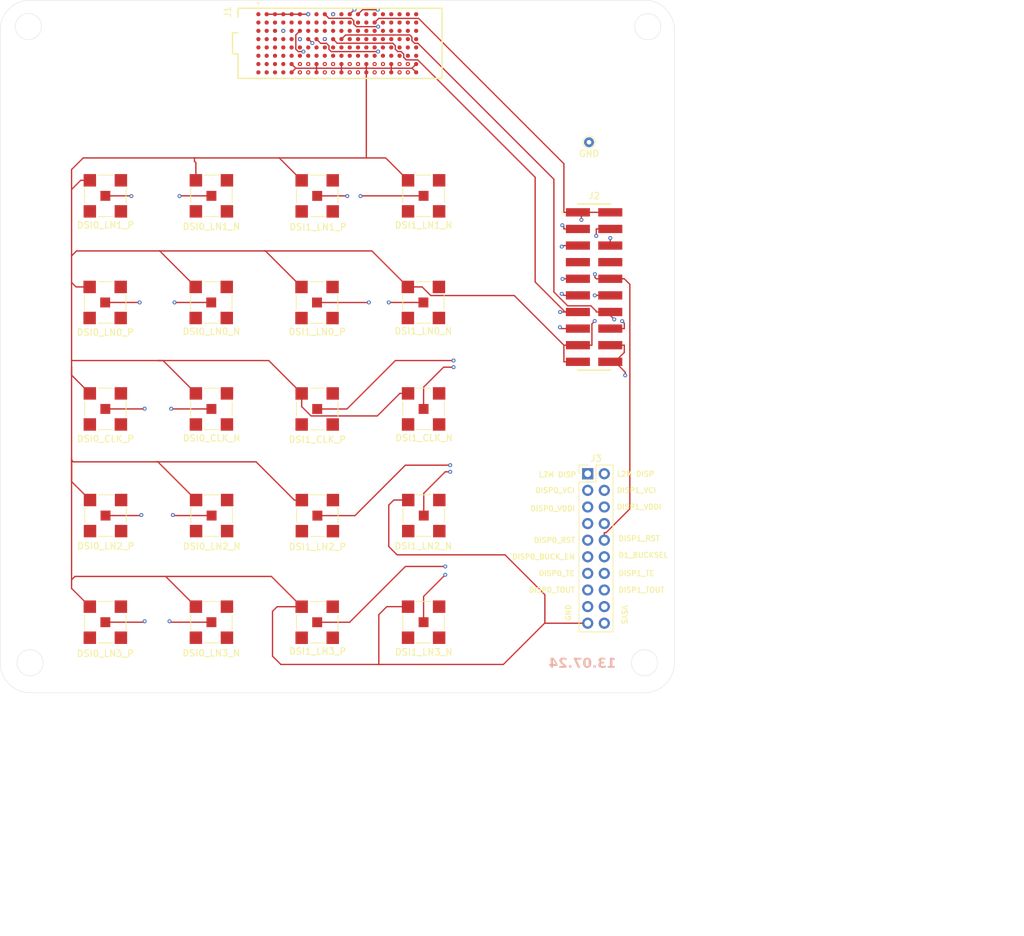
<source format=kicad_pcb>
(kicad_pcb (version 20240108) (generator "pcbnew") (generator_version "8.0")
  (layers (0 "F.Cu" signal "LayerTop0") (1 "In1.Cu" signal "Layer1") (2 "In2.Cu" signal "Layer2") (31 "B.Cu" signal "LayerBottom3") (34 "B.Paste" user) (35 "F.Paste" user) (36 "B.SilkS" user "B.Silkscreen") (37 "F.SilkS" user "F.Silkscreen") (38 "B.Mask" user) (39 "F.Mask" user) (44 "Edge.Cuts" user))
  (net 0 "")
  (net 75 "DSI1_LN0_P")
  (net 76 "DSI1_LN0_N")
  (net 77 "GND")
  (net 114 "L2M_DISP")
  (net 115 "DISP0_VCI")
  (net 116 "DISP1_VCI")
  (net 117 "DISP1_VDDI")
  (net 118 "DISP0_THERM")
  (net 119 "VSYS_PWR")
  (net 120 "DISP0_BUCK_EN")
  (net 121 "DISP1_RST")
  (net 122 "DISP1_TOUT")
  (net 123 "DISP0_TE")
  (net 124 "DISP0_RST")
  (net 125 "DISP0_VDDI")
  (net 126 "DISP0_TOUT")
  (net 127 "DISP1_TE")
  (net 128 "DISP1_BUCK_VSEL")
  (net 131 "DSI1_LN1_N")
  (net 132 "DSI1_LN1_P")
  (net 133 "DSI0_LN0_P")
  (net 134 "DSI0_LN2_P")
  (net 135 "DSI0_LN1_N")
  (net 136 "DSI0_LN3_N")
  (net 137 "DSI0_LN3_P")
  (net 138 "DSI0_CLK_P")
  (net 139 "DSI0_LN0_N")
  (net 140 "DSI0_LN2_N")
  (net 141 "DSI0_CLK_N")
  (net 142 "DSI0_LN1_P")
  (net 143 "DSI1_CLK_P")
  (net 144 "DSI1_LN2_P")
  (net 145 "DSI1_LN3_P")
  (net 146 "DSI1_LN3_N")
  (net 147 "DSI1_CLK_N")
  (net 148 "DSI1_LN2_N")
  (footprint "Molex_0732:MOLEX_73251-1350" (layer "F.Cu") (at 72.477 126.124)
    (property "Reference" "J12" (hide yes))
    (property "Value" "DSI0_LN3_P")
  )
  (footprint "Molex_0732:MOLEX_73251-1350" (layer "F.Cu") (at 104.877 126.132)
    (property "Reference" "J22" (hide yes))
    (property "Value" "DSI1_LN3_P")
  )
  (footprint "Molex_0732:MOLEX_73251-1350" (layer "F.Cu") (at 121.148 93.508)
    (property "Reference" "J19" (hide yes))
    (property "Value" "DSI1_CLK_N")
  )
  (footprint "Molex_0732:MOLEX_73251-1350" (layer "F.Cu") (at 88.698 93.508)
    (property "Reference" "J9" (hide yes))
    (property "Value" "DSI0_CLK_N")
  )
  (footprint "Molex_0732:MOLEX_73251-1350" (layer "F.Cu") (at 88.727 109.816)
    (property "Reference" "J11" (hide yes))
    (property "Value" "DSI0_LN2_N")
  )
  (footprint "Molex_0732:MOLEX_73251-1350" (layer "F.Cu") (at 72.477 93.508)
    (property "Reference" "J8" (hide yes))
    (property "Value" "DSI0_CLK_P")
  )
  (footprint "Molex_0732:MOLEX_73251-1350" (layer "F.Cu") (at 121.119 77.224)
    (property "Reference" "J17" (hide yes))
    (property "Value" "DSI1_LN0_N")
  )
  (footprint "Molex_0732:MOLEX_73251-1350" (layer "F.Cu") (at 104.848 77.232)
    (property "Reference" "J16" (hide yes))
    (property "Value" "DSI1_LN0_P")
  )
  (footprint "Molex_0732:MOLEX_73251-1350" (layer "F.Cu") (at 72.477 60.916)
    (property "Reference" "J4" (hide yes))
    (property "Value" "DSI0_LN1_P")
  )
  (footprint "Molex_0732:MOLEX_73251-1350" (layer "F.Cu") (at 72.448 77.224)
    (property "Reference" "J6" (hide yes))
    (property "Value" "DSI0_LN0_P")
  )
  (footprint "Molex_0732:MOLEX_73251-1350" (layer "F.Cu") (at 121.177 109.816)
    (property "Reference" "J21" (hide yes))
    (property "Value" "DSI1_LN2_N")
  )
  (footprint "Molex_0732:MOLEX_73251-1350" (layer "F.Cu") (at 104.877 60.924)
    (property "Reference" "J14" (hide yes))
    (property "Value" "DSI1_LN1_P")
  )
  (footprint "Molex_0732:MOLEX_73251-1350" (layer "F.Cu") (at 104.906 109.824)
    (property "Reference" "J20" (hide yes))
    (property "Value" "DSI1_LN2_P")
  )
  (footprint "Molex_0732:MOLEX_73251-1350" (layer "F.Cu") (at 88.669 77.224)
    (property "Reference" "J7" (hide yes))
    (property "Value" "DSI0_LN0_N")
  )
  (footprint "Molex_0732:MOLEX_73251-1350" (layer "F.Cu") (at 121.148 126.124)
    (property "Reference" "J23" (hide yes))
    (property "Value" "DSI1_LN3_N")
  )
  (footprint "Connector_PinHeader_2.54mm:PinHeader_2x10_P2.54mm_Vertical" (layer "F.Cu") (at 146.252 103.42)
    (property "Reference" "J3")
    (property "Value" "Conn_02x10_Odd_Even")
  )
  (footprint "Molex_0732:MOLEX_73251-1350" (layer "F.Cu") (at 121.148 60.916)
    (property "Reference" "J15" (hide yes))
    (property "Value" "DSI1_LN1_N")
  )
  (footprint "SEAF_20_05_0_S_08_2_A_K_TR:SAMTEC_SEAF-20-05.0-S-08-2-A-K-TR" (layer "F.Cu") (at 107.947 37.585 180)
    (property "Reference" "J1")
    (property "Value" "SEAF-20-05.0-S-08-2-A-K-TR")
  )
  (footprint "TestPoint:TestPoint_THTPad_D1.5mm_Drill0.7mm" (layer "F.Cu") (at 146.452 52.72)
    (property "Reference" "TP1" (hide yes))
    (property "Value" "GND")
  )
  (footprint "Molex_0732:MOLEX_73251-1350" (layer "F.Cu") (at 104.877 93.516)
    (property "Reference" "J18" (hide yes))
    (property "Value" "DSI1_CLK_P")
  )
  (footprint "Molex_0732:MOLEX_73251-1350" (layer "F.Cu") (at 88.698 60.916)
    (property "Reference" "J5" (hide yes))
    (property "Value" "DSI0_LN1_N")
  )
  (footprint "Molex_0732:MOLEX_73251-1350" (layer "F.Cu") (at 88.698 126.124)
    (property "Reference" "J13" (hide yes))
    (property "Value" "DSI0_LN3_N")
  )
  (footprint "Molex_0732:MOLEX_73251-1350" (layer "F.Cu") (at 72.506 109.816)
    (property "Reference" "J10" (hide yes))
    (property "Value" "DSI0_LN2_P")
  )
  (footprint "TSM_110_01_L_DV_P_TR:SAMTEC_TSM-110-01-L-DV-P-TR" (layer "F.Cu") (at 147.227 74.87 90)
    (property "Reference" "J2")
    (property "Value" "TSM-110-01-L-DV-P-TR" (hide yes))
  )
  (gr_circle (center 154.94 132.334) (end 156.94 132.334) (stroke (width 0.05)) (fill none) (layer "Edge.Cuts"))
  (gr_circle (center 155.448 35.052) (end 157.448 35.052) (stroke (width 0.05)) (fill none) (layer "Edge.Cuts"))
  (gr_arc (start 159.512 132.334) (mid 158.172892 135.566892) (end 154.94 136.906) (stroke (width 0.05)) (layer "Edge.Cuts"))
  (gr_arc (start 154.94 30.988) (mid 158.172892 32.327108) (end 159.512 35.56) (stroke (width 0.05)) (layer "Edge.Cuts"))
  (gr_line (start 60.96 30.988) (end 154.94 30.988) (stroke (width 0.05)) (layer "Edge.Cuts"))
  (gr_arc (start 60.96 136.906) (mid 57.727108 135.566892) (end 56.388 132.334) (stroke (width 0.05)) (layer "Edge.Cuts"))
  (gr_arc (start 56.388 35.56) (mid 57.727108 32.327108) (end 60.96 30.988) (stroke (width 0.05)) (layer "Edge.Cuts"))
  (gr_line (start 159.512 35.56) (end 159.512 132.334) (stroke (width 0.05)) (layer "Edge.Cuts"))
  (gr_line (start 60.96 136.906) (end 154.94 136.906) (stroke (width 0.05)) (layer "Edge.Cuts"))
  (gr_line (start 56.388 35.56) (end 56.388 132.334) (stroke (width 0.05)) (layer "Edge.Cuts"))
  (gr_circle (center 60.706 35.02) (end 62.706 35.02) (stroke (width 0.05)) (fill none) (layer "Edge.Cuts"))
  (gr_circle (center 60.960001 132.333999) (end 62.960001 132.333999) (stroke (width 0.05)) (fill none) (layer "Edge.Cuts"))
  (gr_text "13.07.24" (at 150.622 133.35 -0) (layer "B.SilkS") (effects (font (size 1.5 1.5) (thickness 0.3) (bold yes)) (justify left bottom mirror)))
  (gr_text "DISP1_RST" (at 150.876 113.792 0) (layer "F.SilkS") (effects (font (size 0.8 0.8)) (justify left bottom)))
  (gr_text "DISP0_RST" (at 137.922 114.046 0) (layer "F.SilkS") (effects (font (size 0.8 0.8)) (justify left bottom)))
  (gr_text "D1_BUCKSEL" (at 150.876 116.332 0) (layer "F.SilkS") (effects (font (size 0.8 0.8)) (justify left bottom)))
  (gr_text "DISP0_VCI\n" (at 138.176 106.426 0) (layer "F.SilkS") (effects (font (size 0.8 0.8)) (justify left bottom)))
  (gr_text "DISP0_TOUT" (at 137.16 121.666 0) (layer "F.SilkS") (effects (font (size 0.8 0.8)) (justify left bottom)))
  (gr_text "DISP1_VDDI\n" (at 150.622 108.966 0) (layer "F.SilkS") (effects (font (size 0.8 0.8)) (justify left bottom)))
  (gr_text "L2M DISP" (at 138.684 104.02 0) (layer "F.SilkS") (effects (font (size 0.8 0.8)) (justify left bottom)))
  (gr_text "L2M DISP" (at 150.622 103.92 0) (layer "F.SilkS") (effects (font (size 0.8 0.8)) (justify left bottom)))
  (gr_text "DISP1_TOUT\n" (at 150.876 121.666 0) (layer "F.SilkS") (effects (font (size 0.8 0.8)) (justify left bottom)))
  (gr_text "DISP1_VCI" (at 150.622 106.426 0) (layer "F.SilkS") (effects (font (size 0.8 0.8)) (justify left bottom)))
  (gr_text "DISP0_VDDI" (at 137.414 109.22 0) (layer "F.SilkS") (effects (font (size 0.8 0.8)) (justify left bottom)))
  (gr_text "DISP1_TE" (at 150.876 119.126 0) (layer "F.SilkS") (effects (font (size 0.8 0.8)) (justify left bottom)))
  (gr_text "GND" (at 143.764 125.984 90) (layer "F.SilkS") (effects (font (size 0.8 0.8)) (justify left bottom)))
  (gr_text "DISP0_TE\n" (at 138.684 119.126 0) (layer "F.SilkS") (effects (font (size 0.8 0.8)) (justify left bottom)))
  (gr_text "DISP0_BUCK_EN\n" (at 134.62 116.586 0) (layer "F.SilkS") (effects (font (size 0.8 0.8)) (justify left bottom)))
  (gr_text "VSYS" (at 151.384 123.444 -90) (layer "F.SilkS") (effects (font (size 0.8 0.8)) (justify left bottom)))
  (segment (start 112.76 77.232) (end 112.776 77.216) (width 0.2) (layer "F.Cu") (net 75))
  (segment (start 104.848 77.232) (end 112.76 77.232) (width 0.2) (layer "F.Cu") (net 75))
  (via (at 112.776 77.216) (size 0.6) (drill 0.3) (layers "F.Cu" "B.Cu") (net 75))
  (via blind (at 106.042 40.76) (size 0.6) (drill 0.3) (layers "F.Cu" "In2.Cu") (net 75))
  (segment (start 121.119 77.224) (end 115.832 77.224) (width 0.2) (layer "F.Cu") (net 76))
  (segment (start 115.832 77.224) (end 115.824 77.216) (width 0.2) (layer "F.Cu") (net 76))
  (via (at 115.824 77.216) (size 0.6) (drill 0.3) (layers "F.Cu" "B.Cu") (net 76))
  (via blind (at 107.312 40.76) (size 0.6) (drill 0.3) (layers "F.Cu" "In2.Cu") (net 76))
  (segment (start 118.802 107.441) (end 116.587 107.441) (width 0.2) (layer "F.Cu") (net 77))
  (segment (start 115.519 123.749) (end 114.3 124.968) (width 0.2) (layer "F.Cu") (net 77))
  (segment (start 102.502 123.757) (end 97.871 119.126) (width 0.2) (layer "F.Cu") (net 77))
  (segment (start 97.467 86.106) (end 81.296 86.106) (width 0.2) (layer "F.Cu") (net 77))
  (segment (start 122.241 76.1638) (end 135.014 76.1638) (width 0.2) (layer "F.Cu") (net 77))
  (segment (start 139.7 121.92) (end 139.7 126.28) (width 0.2) (layer "F.Cu") (net 77))
  (segment (start 81.296 86.106) (end 80.518 86.106) (width 0.2) (layer "F.Cu") (net 77))
  (segment (start 86.294 74.849) (end 80.787 69.342) (width 0.2) (layer "F.Cu") (net 77))
  (segment (start 67.818 119.126) (end 67.31 119.634) (width 0.2) (layer "F.Cu") (net 77))
  (segment (start 118.773 58.541) (end 115.35 55.118) (width 0.2) (layer "F.Cu") (net 77))
  (segment (start 116.202 40.76) (end 116.202 41.395) (width 0.2) (layer "F.Cu") (net 77))
  (segment (start 69.088 55.118) (end 86.106 55.118) (width 0.2) (layer "F.Cu") (net 77))
  (segment (start 67.31 104.62) (end 67.31 101.346) (width 0.2) (layer "F.Cu") (net 77))
  (segment (start 112.392 42.03) (end 112.392 41.395) (width 0.2) (layer "F.Cu") (net 77))
  (segment (start 67.31 104.62) (end 67.31 101.346) (width 0.2) (layer "F.Cu") (net 77))
  (segment (start 103.933 94.5777) (end 102.502 93.1466) (width 0.2) (layer "F.Cu") (net 77))
  (segment (start 67.31 70.104) (end 67.31 59.944) (width 0.2) (layer "F.Cu") (net 77))
  (segment (start 114.3 124.968) (end 114.3 132.588) (width 0.2) (layer "F.Cu") (net 77))
  (segment (start 117.519 91.133) (end 114.074 94.5777) (width 0.2) (layer "F.Cu") (net 77))
  (segment (start 81.7 119.126) (end 67.818 119.126) (width 0.2) (layer "F.Cu") (net 77))
  (segment (start 117.094 115.824) (end 133.604 115.824) (width 0.2) (layer "F.Cu") (net 77))
  (segment (start 135.014 76.1638) (end 142.61 83.76) (width 0.2) (layer "F.Cu") (net 77))
  (segment (start 112.392 55.118) (end 99.071 55.118) (width 0.2) (layer "F.Cu") (net 77))
  (segment (start 101.378 107.449) (end 95.5295 101.6) (width 0.2) (layer "F.Cu") (net 77))
  (segment (start 67.31 119.634) (end 67.31 104.62) (width 0.2) (layer "F.Cu") (net 77))
  (segment (start 119.377 41.395) (end 120.012 40.76) (width 0.2) (layer "F.Cu") (net 77))
  (segment (start 133.604 115.824) (end 139.7 121.92) (width 0.2) (layer "F.Cu") (net 77))
  (segment (start 80.787 69.342) (end 80.772 69.342) (width 0.2) (layer "F.Cu") (net 77))
  (segment (start 86.323 55.843) (end 86.323 58.541) (width 0.2) (layer "F.Cu") (net 77))
  (segment (start 104.772 42.03) (end 104.772 41.395) (width 0.2) (layer "F.Cu") (net 77))
  (segment (start 80.511 101.6) (end 80.264 101.6) (width 0.2) (layer "F.Cu") (net 77))
  (segment (start 118.773 123.749) (end 115.519 123.749) (width 0.2) (layer "F.Cu") (net 77))
  (segment (start 98.044 124.46) (end 98.044 131.318) (width 0.2) (layer "F.Cu") (net 77))
  (segment (start 142.61 83.76) (end 142.61 86.3) (width 0.2) (layer "F.Cu") (net 77))
  (segment (start 146.894 80.4939) (end 146.894 83.76) (width 0.2) (layer "F.Cu") (net 77))
  (segment (start 86.323 91.133) (end 81.296 86.106) (width 0.2) (layer "F.Cu") (net 77))
  (segment (start 142.61 86.3) (end 144.752 86.3) (width 0.2) (layer "F.Cu") (net 77))
  (segment (start 80.518 86.106) (end 67.31 86.106) (width 0.2) (layer "F.Cu") (net 77))
  (segment (start 95.5295 101.6) (end 80.511 101.6) (width 0.2) (layer "F.Cu") (net 77))
  (segment (start 115.824 108.204) (end 115.824 114.554) (width 0.2) (layer "F.Cu") (net 77))
  (segment (start 115.824 114.554) (end 117.094 115.824) (width 0.2) (layer "F.Cu") (net 77))
  (segment (start 147.32 80.0676) (end 146.894 80.4939) (width 0.2) (layer "F.Cu") (net 77))
  (segment (start 118.773 91.133) (end 117.519 91.133) (width 0.2) (layer "F.Cu") (net 77))
  (segment (start 139.658 126.28) (end 139.7 126.28) (width 0.2) (layer "F.Cu") (net 77))
  (segment (start 67.31 70.104) (end 67.31 74.168) (width 0.2) (layer "F.Cu") (net 77))
  (segment (start 86.352 107.441) (end 80.511 101.6) (width 0.2) (layer "F.Cu") (net 77))
  (segment (start 112.392 41.395) (end 116.202 41.395) (width 0.2) (layer "F.Cu") (net 77))
  (segment (start 96.958 69.342) (end 96.774 69.342) (width 0.2) (layer "F.Cu") (net 77))
  (segment (start 108.582 42.03) (end 108.582 41.395) (width 0.2) (layer "F.Cu") (net 77))
  (segment (start 112.392 41.395) (end 108.582 41.395) (width 0.2) (layer "F.Cu") (net 77))
  (segment (start 67.31 101.092) (end 67.31 88.341) (width 0.2) (layer "F.Cu") (net 77))
  (segment (start 98.747 123.757) (end 98.044 124.46) (width 0.2) (layer "F.Cu") (net 77))
  (segment (start 80.264 101.6) (end 67.564 101.6) (width 0.2) (layer "F.Cu") (net 77))
  (segment (start 97.871 119.126) (end 81.7 119.126) (width 0.2) (layer "F.Cu") (net 77))
  (segment (start 67.31 120.957) (end 67.31 119.634) (width 0.2) (layer "F.Cu") (net 77))
  (segment (start 67.564 101.6) (end 67.31 101.346) (width 0.2) (layer "F.Cu") (net 77))
  (segment (start 80.772 69.342) (end 68.072 69.342) (width 0.2) (layer "F.Cu") (net 77))
  (segment (start 102.502 58.549) (end 99.071 55.118) (width 0.2) (layer "F.Cu") (net 77))
  (segment (start 67.31 87.122) (end 67.31 86.106) (width 0.2) (layer "F.Cu") (net 77))
  (segment (start 70.131 107.441) (end 67.31 104.62) (width 0.2) (layer "F.Cu") (net 77))
  (segment (start 67.31 74.168) (end 67.991 74.849) (width 0.2) (layer "F.Cu") (net 77))
  (segment (start 114.074 94.5777) (end 103.933 94.5777) (width 0.2) (layer "F.Cu") (net 77))
  (segment (start 67.31 101.346) (end 67.31 101.092) (width 0.2) (layer "F.Cu") (net 77))
  (segment (start 116.202 41.395) (end 119.377 41.395) (width 0.2) (layer "F.Cu") (net 77))
  (segment (start 96.774 69.342) (end 80.787 69.342) (width 0.2) (layer "F.Cu") (net 77))
  (segment (start 104.772 41.395) (end 104.772 40.76) (width 0.2) (layer "F.Cu") (net 77))
  (segment (start 67.31 101.346) (end 67.31 101.092) (width 0.2) (layer "F.Cu") (net 77))
  (segment (start 113.237 69.342) (end 96.958 69.342) (width 0.2) (layer "F.Cu") (net 77))
  (segment (start 86.323 123.749) (end 81.7 119.126) (width 0.2) (layer "F.Cu") (net 77))
  (segment (start 102.502 123.757) (end 98.747 123.757) (width 0.2) (layer "F.Cu") (net 77))
  (segment (start 102.502 93.1466) (end 102.502 91.141) (width 0.2) (layer "F.Cu") (net 77))
  (segment (start 101.597 41.395) (end 100.962 40.76) (width 0.2) (layer "F.Cu") (net 77))
  (segment (start 108.582 40.76) (end 108.582 41.395) (width 0.2) (layer "F.Cu") (net 77))
  (segment (start 104.772 41.395) (end 101.597 41.395) (width 0.2) (layer "F.Cu") (net 77))
  (segment (start 80.787 69.342) (end 80.772 69.342) (width 0.2) (layer "F.Cu") (net 77))
  (segment (start 99.314 132.588) (end 114.3 132.588) (width 0.2) (layer "F.Cu") (net 77))
  (segment (start 142.61 83.76) (end 144.752 83.76) (width 0.2) (layer "F.Cu") (net 77))
  (segment (start 67.31 86.106) (end 67.31 74.168) (width 0.2) (layer "F.Cu") (net 77))
  (segment (start 68.072 69.342) (end 67.31 70.104) (width 0.2) (layer "F.Cu") (net 77))
  (segment (start 116.202 42.03) (end 116.202 41.395) (width 0.2) (layer "F.Cu") (net 77))
  (segment (start 67.31 88.341) (end 67.31 87.122) (width 0.2) (layer "F.Cu") (net 77))
  (segment (start 118.744 74.849) (end 113.237 69.342) (width 0.2) (layer "F.Cu") (net 77))
  (segment (start 68.713 58.541) (end 67.31 59.944) (width 0.2) (layer "F.Cu") (net 77))
  (segment (start 114.3 132.588) (end 133.35 132.588) (width 0.2) (layer "F.Cu") (net 77))
  (segment (start 102.531 107.449) (end 101.378 107.449) (width 0.2) (layer "F.Cu") (net 77))
  (segment (start 115.35 55.118) (end 112.392 55.118) (width 0.2) (layer "F.Cu") (net 77))
  (segment (start 70.102 91.133) (end 67.31 88.341) (width 0.2) (layer "F.Cu") (net 77))
  (segment (start 96.958 69.342) (end 96.774 69.342) (width 0.2) (layer "F.Cu") (net 77))
  (segment (start 102.502 91.141) (end 97.467 86.106) (width 0.2) (layer "F.Cu") (net 77))
  (segment (start 67.31 88.341) (end 67.31 87.122) (width 0.2) (layer "F.Cu") (net 77))
  (segment (start 86.106 55.118) (end 86.106 55.626) (width 0.2) (layer "F.Cu") (net 77))
  (segment (start 70.102 123.749) (end 67.31 120.957) (width 0.2) (layer "F.Cu") (net 77))
  (segment (start 118.744 74.849) (end 120.926 74.849) (width 0.2) (layer "F.Cu") (net 77))
  (segment (start 112.392 41.395) (end 112.392 40.76) (width 0.2) (layer "F.Cu") (net 77))
  (segment (start 146.894 83.76) (end 144.752 83.76) (width 0.2) (layer "F.Cu") (net 77))
  (segment (start 102.473 74.857) (end 96.958 69.342) (width 0.2) (layer "F.Cu") (net 77))
  (segment (start 116.587 107.441) (end 115.824 108.204) (width 0.2) (layer "F.Cu") (net 77))
  (segment (start 133.35 132.588) (end 139.658 126.28) (width 0.2) (layer "F.Cu") (net 77))
  (segment (start 112.392 55.118) (end 112.392 42.03) (width 0.2) (layer "F.Cu") (net 77))
  (segment (start 139.7 126.28) (end 146.252 126.28) (width 0.2) (layer "F.Cu") (net 77))
  (segment (start 99.071 55.118) (end 86.106 55.118) (width 0.2) (layer "F.Cu") (net 77))
  (segment (start 98.044 131.318) (end 99.314 132.588) (width 0.2) (layer "F.Cu") (net 77))
  (segment (start 70.102 58.541) (end 68.713 58.541) (width 0.2) (layer "F.Cu") (net 77))
  (segment (start 67.31 59.944) (end 67.31 56.896) (width 0.2) (layer "F.Cu") (net 77))
  (segment (start 108.582 41.395) (end 104.772 41.395) (width 0.2) (layer "F.Cu") (net 77))
  (segment (start 80.511 101.6) (end 80.264 101.6) (width 0.2) (layer "F.Cu") (net 77))
  (segment (start 101.597 41.395) (end 100.962 42.03) (width 0.2) (layer "F.Cu") (net 77))
  (segment (start 119.377 41.395) (end 120.012 42.03) (width 0.2) (layer "F.Cu") (net 77))
  (segment (start 120.926 74.849) (end 122.241 76.1638) (width 0.2) (layer "F.Cu") (net 77))
  (segment (start 81.296 86.106) (end 80.518 86.106) (width 0.2) (layer "F.Cu") (net 77))
  (segment (start 67.991 74.849) (end 70.073 74.849) (width 0.2) (layer "F.Cu") (net 77))
  (segment (start 86.106 55.626) (end 86.323 55.843) (width 0.2) (layer "F.Cu") (net 77))
  (segment (start 67.31 56.896) (end 69.088 55.118) (width 0.2) (layer "F.Cu") (net 77))
  (via (at 147.32 80.0676) (size 0.6) (drill 0.3) (layers "F.Cu" "B.Cu") (net 77))
  (segment (start 144.752 63.44) (end 142.61 63.44) (width 0.2) (layer "F.Cu") (net 114))
  (segment (start 149.702 63.44) (end 145.284 63.44) (width 0.2) (layer "F.Cu") (net 114))
  (segment (start 142.61 63.44) (end 142.61 56.0051) (width 0.2) (layer "F.Cu") (net 114))
  (segment (start 145.284 63.44) (end 144.752 63.44) (width 0.2) (layer "F.Cu") (net 114))
  (segment (start 145.284 63.44) (end 145.284 64.5946) (width 0.2) (layer "F.Cu") (net 114))
  (segment (start 120.38 33.775) (end 114.297 33.775) (width 0.2) (layer "F.Cu") (net 114))
  (segment (start 114.297 33.775) (end 113.662 34.41) (width 0.2) (layer "F.Cu") (net 114))
  (segment (start 142.61 56.0051) (end 120.38 33.775) (width 0.2) (layer "F.Cu") (net 114))
  (via (at 145.284 64.5946) (size 0.6) (drill 0.3) (layers "F.Cu" "B.Cu") (net 114))
  (segment (start 142.61 65.6532) (end 142.369 65.412) (width 0.2) (layer "F.Cu") (net 115))
  (segment (start 142.61 65.98) (end 142.61 65.6532) (width 0.2) (layer "F.Cu") (net 115))
  (segment (start 110.872 35.0401) (end 114.198 35.0401) (width 0.2) (layer "F.Cu") (net 115))
  (segment (start 110.474 34.1439) (end 110.474 34.6417) (width 0.2) (layer "F.Cu") (net 115))
  (segment (start 106.042 33.14) (end 106.664 33.7617) (width 0.2) (layer "F.Cu") (net 115))
  (segment (start 110.474 34.6417) (end 110.872 35.0401) (width 0.2) (layer "F.Cu") (net 115))
  (segment (start 144.752 65.98) (end 142.61 65.98) (width 0.2) (layer "F.Cu") (net 115))
  (segment (start 106.664 33.7617) (end 110.092 33.7617) (width 0.2) (layer "F.Cu") (net 115))
  (segment (start 110.092 33.7617) (end 110.474 34.1439) (width 0.2) (layer "F.Cu") (net 115))
  (via (at 142.369 65.412) (size 0.6) (drill 0.3) (layers "F.Cu" "B.Cu") (net 115))
  (via (at 114.198 35.0401) (size 0.6) (drill 0.3) (layers "F.Cu" "B.Cu") (net 115))
  (segment (start 147.56 65.98) (end 147.56 67.0382) (width 0.2) (layer "F.Cu") (net 116))
  (segment (start 149.702 65.98) (end 147.56 65.98) (width 0.2) (layer "F.Cu") (net 116))
  (via (at 147.56 67.0382) (size 0.6) (drill 0.3) (layers "F.Cu" "B.Cu") (net 116))
  (via (at 107.312 33.14) (size 0.6) (drill 0.3) (layers "F.Cu" "B.Cu") (net 116))
  (segment (start 111.814 32.4476) (end 114.136 32.4476) (width 0.2) (layer "F.Cu") (net 117))
  (segment (start 149.702 68.52) (end 149.702 67.3727) (width 0.2) (layer "F.Cu") (net 117))
  (segment (start 111.122 33.14) (end 111.814 32.4476) (width 0.2) (layer "F.Cu") (net 117))
  (via (at 149.702 67.3727) (size 0.6) (drill 0.3) (layers "F.Cu" "B.Cu") (net 117))
  (via (at 114.136 32.4476) (size 0.6) (drill 0.3) (layers "F.Cu" "B.Cu") (net 117))
  (segment (start 102.232 33.14) (end 103.502 33.14) (width 0.2) (layer "F.Cu") (net 119))
  (segment (start 151.844 84.8665) (end 150.41 86.3) (width 0.2) (layer "F.Cu") (net 119))
  (segment (start 149.702 83.76) (end 151.844 83.76) (width 0.2) (layer "F.Cu") (net 119))
  (segment (start 99.692 33.14) (end 98.422 33.14) (width 0.2) (layer "F.Cu") (net 119))
  (segment (start 100.962 33.14) (end 99.692 33.14) (width 0.2) (layer "F.Cu") (net 119))
  (segment (start 149.702 86.3) (end 150.41 86.3) (width 0.2) (layer "F.Cu") (net 119))
  (segment (start 150.41 86.3) (end 151.986 87.876) (width 0.2) (layer "F.Cu") (net 119))
  (segment (start 98.422 33.14) (end 97.152 33.14) (width 0.2) (layer "F.Cu") (net 119))
  (segment (start 102.232 33.14) (end 100.962 33.14) (width 0.2) (layer "F.Cu") (net 119))
  (segment (start 151.844 83.76) (end 151.844 84.8665) (width 0.2) (layer "F.Cu") (net 119))
  (segment (start 151.986 87.876) (end 151.986 88.3673) (width 0.2) (layer "F.Cu") (net 119))
  (via (at 151.986 88.3673) (size 0.6) (drill 0.3) (layers "F.Cu" "B.Cu") (net 119))
  (via (at 103.502 33.14) (size 0.6) (drill 0.3) (layers "F.Cu" "B.Cu") (net 119))
  (segment (start 142.375 75.9049) (end 142.61 76.14) (width 0.2) (layer "F.Cu") (net 120))
  (segment (start 142.61 76.14) (end 144.752 76.14) (width 0.2) (layer "F.Cu") (net 120))
  (segment (start 142.281 75.9049) (end 142.375 75.9049) (width 0.2) (layer "F.Cu") (net 120))
  (via (at 142.281 75.9049) (size 0.6) (drill 0.3) (layers "F.Cu" "B.Cu") (net 120))
  (via (at 99.692 35.68) (size 0.6) (drill 0.3) (layers "F.Cu" "B.Cu") (net 120))
  (segment (start 103.539 36.95) (end 104.134 37.5453) (width 0.2) (layer "F.Cu") (net 121))
  (segment (start 152.697 74.4535) (end 151.844 73.6) (width 0.2) (layer "F.Cu") (net 121))
  (segment (start 103.502 36.95) (end 103.539 36.95) (width 0.2) (layer "F.Cu") (net 121))
  (segment (start 147.56 73.6) (end 147.352 73.3922) (width 0.2) (layer "F.Cu") (net 121))
  (segment (start 151.844 73.6) (end 149.702 73.6) (width 0.2) (layer "F.Cu") (net 121))
  (segment (start 148.792 113.58) (end 148.792 112.428) (width 0.2) (layer "F.Cu") (net 121))
  (segment (start 148.792 112.428) (end 149.06 112.428) (width 0.2) (layer "F.Cu") (net 121))
  (segment (start 147.352 73.3922) (end 147.352 72.9024) (width 0.2) (layer "F.Cu") (net 121))
  (segment (start 152.697 108.792) (end 152.697 74.4535) (width 0.2) (layer "F.Cu") (net 121))
  (segment (start 149.06 112.428) (end 152.697 108.792) (width 0.2) (layer "F.Cu") (net 121))
  (segment (start 149.702 73.6) (end 147.56 73.6) (width 0.2) (layer "F.Cu") (net 121))
  (via (at 147.352 72.9024) (size 0.6) (drill 0.3) (layers "F.Cu" "B.Cu") (net 121))
  (via (at 104.134 37.5453) (size 0.6) (drill 0.3) (layers "F.Cu" "B.Cu") (net 121))
  (segment (start 106.042 36.95) (end 106.042 36.9293) (width 0.2) (layer "F.Cu") (net 122))
  (segment (start 151.844 80.4004) (end 151.525 80.0817) (width 0.2) (layer "F.Cu") (net 122))
  (segment (start 149.702 81.22) (end 151.844 81.22) (width 0.2) (layer "F.Cu") (net 122))
  (segment (start 151.844 81.22) (end 151.844 80.4004) (width 0.2) (layer "F.Cu") (net 122))
  (via (at 106.042 36.9293) (size 0.6) (drill 0.3) (layers "F.Cu" "B.Cu") (net 122))
  (via (at 151.525 80.0817) (size 0.6) (drill 0.3) (layers "F.Cu" "B.Cu") (net 122))
  (segment (start 117.183 38.8417) (end 117.709 38.8417) (width 0.2) (layer "F.Cu") (net 123))
  (segment (start 116.824 37.9611) (end 116.824 38.4822) (width 0.2) (layer "F.Cu") (net 123))
  (segment (start 120.26 40.125) (end 138.21 58.0745) (width 0.2) (layer "F.Cu") (net 123))
  (segment (start 116.824 38.4822) (end 117.183 38.8417) (width 0.2) (layer "F.Cu") (net 123))
  (segment (start 116.434 37.5717) (end 116.824 37.9611) (width 0.2) (layer "F.Cu") (net 123))
  (segment (start 144.752 78.68) (end 142.8 78.68) (width 0.2) (layer "F.Cu") (net 123))
  (segment (start 118.107 39.24) (end 118.107 39.74) (width 0.2) (layer "F.Cu") (net 123))
  (segment (start 138.21 58.0745) (end 138.21 74.0897) (width 0.2) (layer "F.Cu") (net 123))
  (segment (start 138.21 74.0897) (end 142.8 78.68) (width 0.2) (layer "F.Cu") (net 123))
  (segment (start 117.709 38.8417) (end 118.107 39.24) (width 0.2) (layer "F.Cu") (net 123))
  (segment (start 118.492 40.125) (end 120.26 40.125) (width 0.2) (layer "F.Cu") (net 123))
  (segment (start 118.107 39.74) (end 118.492 40.125) (width 0.2) (layer "F.Cu") (net 123))
  (segment (start 142.046 78.68) (end 142.8 78.68) (width 0.2) (layer "F.Cu") (net 123))
  (segment (start 107.312 36.95) (end 107.934 37.5717) (width 0.2) (layer "F.Cu") (net 123))
  (segment (start 107.934 37.5717) (end 116.434 37.5717) (width 0.2) (layer "F.Cu") (net 123))
  (via (at 142.046 78.68) (size 0.6) (drill 0.3) (layers "F.Cu" "B.Cu") (net 123))
  (segment (start 144.752 73.6) (end 142.61 73.6) (width 0.2) (layer "F.Cu") (net 124))
  (segment (start 142.61 73.6) (end 142.582 73.6283) (width 0.2) (layer "F.Cu") (net 124))
  (segment (start 142.582 73.6283) (end 142.407 73.6283) (width 0.2) (layer "F.Cu") (net 124))
  (via (at 142.407 73.6283) (size 0.6) (drill 0.3) (layers "F.Cu" "B.Cu") (net 124))
  (via (at 102.232 36.95) (size 0.6) (drill 0.3) (layers "F.Cu" "B.Cu") (net 124))
  (segment (start 142.449 68.6814) (end 142.281 68.6814) (width 0.2) (layer "F.Cu") (net 125))
  (segment (start 142.61 68.52) (end 142.449 68.6814) (width 0.2) (layer "F.Cu") (net 125))
  (segment (start 109.852 33.14) (end 110.574 32.4182) (width 0.2) (layer "F.Cu") (net 125))
  (segment (start 144.752 68.52) (end 142.61 68.52) (width 0.2) (layer "F.Cu") (net 125))
  (via (at 142.281 68.6814) (size 0.6) (drill 0.3) (layers "F.Cu" "B.Cu") (net 125))
  (via (at 110.574 32.4182) (size 0.6) (drill 0.3) (layers "F.Cu" "B.Cu") (net 125))
  (segment (start 106.677 38.5139) (end 107.018 38.8549) (width 0.2) (layer "F.Cu") (net 126))
  (segment (start 107.018 38.8549) (end 114.194 38.8549) (width 0.2) (layer "F.Cu") (net 126))
  (segment (start 142.204 81.22) (end 144.752 81.22) (width 0.2) (layer "F.Cu") (net 126))
  (segment (start 106.677 37.97) (end 106.677 38.5139) (width 0.2) (layer "F.Cu") (net 126))
  (segment (start 141.998 81.0141) (end 142.204 81.22) (width 0.2) (layer "F.Cu") (net 126))
  (segment (start 105.407 37.585) (end 106.292 37.585) (width 0.2) (layer "F.Cu") (net 126))
  (segment (start 104.772 36.95) (end 105.407 37.585) (width 0.2) (layer "F.Cu") (net 126))
  (segment (start 106.292 37.585) (end 106.677 37.97) (width 0.2) (layer "F.Cu") (net 126))
  (via (at 141.998 81.0141) (size 0.6) (drill 0.3) (layers "F.Cu" "B.Cu") (net 126))
  (via (at 114.194 38.8549) (size 0.6) (drill 0.3) (layers "F.Cu" "B.Cu") (net 126))
  (segment (start 149.702 79.2107) (end 150.308 79.8171) (width 0.2) (layer "F.Cu") (net 127))
  (segment (start 119.046 36.315) (end 119.364 36.6324) (width 0.2) (layer "F.Cu") (net 127))
  (segment (start 143.194 77.7433) (end 146.741 77.7433) (width 0.2) (layer "F.Cu") (net 127))
  (segment (start 147.56 78.68) (end 149.702 78.68) (width 0.2) (layer "F.Cu") (net 127))
  (segment (start 109.217 36.315) (end 119.046 36.315) (width 0.2) (layer "F.Cu") (net 127))
  (segment (start 119.364 37.1842) (end 119.764 37.585) (width 0.2) (layer "F.Cu") (net 127))
  (segment (start 119.364 36.6324) (end 119.364 37.1842) (width 0.2) (layer "F.Cu") (net 127))
  (segment (start 119.764 37.585) (end 120.28 37.585) (width 0.2) (layer "F.Cu") (net 127))
  (segment (start 149.702 78.68) (end 149.702 79.2107) (width 0.2) (layer "F.Cu") (net 127))
  (segment (start 120.28 37.585) (end 141.08 58.3849) (width 0.2) (layer "F.Cu") (net 127))
  (segment (start 108.582 36.95) (end 109.217 36.315) (width 0.2) (layer "F.Cu") (net 127))
  (segment (start 141.08 75.6285) (end 143.194 77.7433) (width 0.2) (layer "F.Cu") (net 127))
  (segment (start 147.56 78.5628) (end 147.56 78.68) (width 0.2) (layer "F.Cu") (net 127))
  (segment (start 141.08 58.3849) (end 141.08 75.6285) (width 0.2) (layer "F.Cu") (net 127))
  (segment (start 146.741 77.7433) (end 147.56 78.5628) (width 0.2) (layer "F.Cu") (net 127))
  (via (at 150.308 79.8171) (size 0.6) (drill 0.3) (layers "F.Cu" "B.Cu") (net 127))
  (segment (start 101.983 38.8549) (end 102.768 38.8549) (width 0.2) (layer "F.Cu") (net 128))
  (segment (start 101.61 36.3017) (end 101.61 38.4822) (width 0.2) (layer "F.Cu") (net 128))
  (segment (start 149.702 76.14) (end 147.332 76.14) (width 0.2) (layer "F.Cu") (net 128))
  (segment (start 101.61 38.4822) (end 101.983 38.8549) (width 0.2) (layer "F.Cu") (net 128))
  (segment (start 102.232 35.68) (end 101.61 36.3017) (width 0.2) (layer "F.Cu") (net 128))
  (via (at 102.768 38.8549) (size 0.6) (drill 0.3) (layers "F.Cu" "B.Cu") (net 128))
  (via (at 147.332 76.14) (size 0.6) (drill 0.3) (layers "F.Cu" "B.Cu") (net 128))
  (segment (start 111.55 60.916) (end 121.148 60.916) (width 0.2) (layer "F.Cu") (net 131))
  (segment (start 111.506 60.96) (end 111.55 60.916) (width 0.2) (layer "F.Cu") (net 131))
  (via (at 111.506 60.96) (size 0.6) (drill 0.3) (layers "F.Cu" "B.Cu") (net 131))
  (via blind (at 103.502 40.76) (size 0.6) (drill 0.3) (layers "F.Cu" "In2.Cu") (net 131))
  (segment (start 104.877 60.924) (end 109.438 60.924) (width 0.2) (layer "F.Cu") (net 132))
  (segment (start 109.438 60.924) (end 109.474 60.96) (width 0.2) (layer "F.Cu") (net 132))
  (via (at 109.474 60.96) (size 0.6) (drill 0.3) (layers "F.Cu" "B.Cu") (net 132))
  (via blind (at 102.232 40.76) (size 0.6) (drill 0.3) (layers "F.Cu" "In2.Cu") (net 132))
  (segment (start 77.716 77.224) (end 77.724 77.216) (width 0.2) (layer "F.Cu") (net 133))
  (segment (start 72.448 77.224) (end 77.716 77.224) (width 0.2) (layer "F.Cu") (net 133))
  (via blind (at 106.042 42.03) (size 0.6) (drill 0.3) (layers "F.Cu" "In1.Cu") (net 133))
  (via (at 77.724 77.216) (size 0.6) (drill 0.3) (layers "F.Cu" "B.Cu") (net 133))
  (segment (start 77.89 109.816) (end 77.978 109.728) (width 0.2) (layer "F.Cu") (net 134))
  (segment (start 72.506 109.816) (end 77.89 109.816) (width 0.2) (layer "F.Cu") (net 134))
  (via (at 77.978 109.728) (size 0.6) (drill 0.3) (layers "F.Cu" "B.Cu") (net 134))
  (via blind (at 113.662 42.03) (size 0.6) (drill 0.3) (layers "F.Cu" "In1.Cu") (net 134))
  (segment (start 83.864 60.916) (end 83.82 60.96) (width 0.2) (layer "F.Cu") (net 135))
  (segment (start 88.698 60.916) (end 83.864 60.916) (width 0.2) (layer "F.Cu") (net 135))
  (via blind (at 103.502 42.03) (size 0.6) (drill 0.3) (layers "F.Cu" "In1.Cu") (net 135))
  (via (at 83.82 60.96) (size 0.6) (drill 0.3) (layers "F.Cu" "B.Cu") (net 135))
  (segment (start 82.436 126.124) (end 82.296 125.984) (width 0.2) (layer "F.Cu") (net 136))
  (segment (start 88.698 126.124) (end 82.436 126.124) (width 0.2) (layer "F.Cu") (net 136))
  (via blind (at 118.742 42.03) (size 0.6) (drill 0.3) (layers "F.Cu" "In1.Cu") (net 136))
  (via (at 82.296 125.984) (size 0.6) (drill 0.3) (layers "F.Cu" "B.Cu") (net 136))
  (segment (start 78.346 126.124) (end 78.486 125.984) (width 0.2) (layer "F.Cu") (net 137))
  (segment (start 72.477 126.124) (end 78.346 126.124) (width 0.2) (layer "F.Cu") (net 137))
  (via (at 78.486 125.984) (size 0.6) (drill 0.3) (layers "F.Cu" "B.Cu") (net 137))
  (via blind (at 117.472 42.03) (size 0.6) (drill 0.3) (layers "F.Cu" "In1.Cu") (net 137))
  (segment (start 72.477 93.508) (end 78.45 93.508) (width 0.2) (layer "F.Cu") (net 138))
  (segment (start 78.45 93.508) (end 78.486 93.472) (width 0.2) (layer "F.Cu") (net 138))
  (via blind (at 109.852 42.03) (size 0.6) (drill 0.3) (layers "F.Cu" "In1.Cu") (net 138))
  (via (at 78.486 93.472) (size 0.6) (drill 0.3) (layers "F.Cu" "B.Cu") (net 138))
  (segment (start 88.669 77.224) (end 83.066 77.224) (width 0.2) (layer "F.Cu") (net 139))
  (segment (start 83.066 77.224) (end 83.058 77.216) (width 0.2) (layer "F.Cu") (net 139))
  (via blind (at 107.312 42.03) (size 0.6) (drill 0.3) (layers "F.Cu" "In1.Cu") (net 139))
  (via (at 83.058 77.216) (size 0.6) (drill 0.3) (layers "F.Cu" "B.Cu") (net 139))
  (segment (start 82.892 109.816) (end 82.804 109.728) (width 0.2) (layer "F.Cu") (net 140))
  (segment (start 88.727 109.816) (end 82.892 109.816) (width 0.2) (layer "F.Cu") (net 140))
  (via blind (at 114.932 42.03) (size 0.6) (drill 0.3) (layers "F.Cu" "In1.Cu") (net 140))
  (via (at 82.804 109.728) (size 0.6) (drill 0.3) (layers "F.Cu" "B.Cu") (net 140))
  (segment (start 82.586 93.508) (end 82.55 93.472) (width 0.2) (layer "F.Cu") (net 141))
  (segment (start 88.698 93.508) (end 82.586 93.508) (width 0.2) (layer "F.Cu") (net 141))
  (via (at 82.55 93.472) (size 0.6) (drill 0.3) (layers "F.Cu" "B.Cu") (net 141))
  (via blind (at 111.122 42.03) (size 0.6) (drill 0.3) (layers "F.Cu" "In1.Cu") (net 141))
  (segment (start 76.41 60.916) (end 76.454 60.96) (width 0.2) (layer "F.Cu") (net 142))
  (segment (start 72.477 60.916) (end 76.41 60.916) (width 0.2) (layer "F.Cu") (net 142))
  (via blind (at 102.232 42.03) (size 0.6) (drill 0.3) (layers "F.Cu" "In1.Cu") (net 142))
  (via (at 76.454 60.96) (size 0.6) (drill 0.3) (layers "F.Cu" "B.Cu") (net 142))
  (segment (start 104.877 93.516) (end 109.43 93.516) (width 0.2) (layer "F.Cu") (net 143))
  (segment (start 116.84 86.106) (end 125.73 86.106) (width 0.2) (layer "F.Cu") (net 143))
  (segment (start 109.43 93.516) (end 116.84 86.106) (width 0.2) (layer "F.Cu") (net 143))
  (via blind (at 109.852 40.76) (size 0.6) (drill 0.3) (layers "F.Cu" "In2.Cu") (net 143))
  (via (at 125.73 86.106) (size 0.6) (drill 0.3) (layers "F.Cu" "B.Cu") (net 143))
  (segment (start 104.906 109.824) (end 110.648 109.824) (width 0.2) (layer "F.Cu") (net 144))
  (segment (start 110.648 109.824) (end 118.364 102.108) (width 0.2) (layer "F.Cu") (net 144))
  (segment (start 118.364 102.108) (end 125.222 102.108) (width 0.2) (layer "F.Cu") (net 144))
  (via (at 125.222 102.108) (size 0.6) (drill 0.3) (layers "F.Cu" "B.Cu") (net 144))
  (via blind (at 113.662 40.76) (size 0.6) (drill 0.3) (layers "F.Cu" "In2.Cu") (net 144))
  (segment (start 109.834 126.132) (end 118.364 117.602) (width 0.2) (layer "F.Cu") (net 145))
  (segment (start 118.364 117.602) (end 124.46 117.602) (width 0.2) (layer "F.Cu") (net 145))
  (segment (start 104.877 126.132) (end 109.834 126.132) (width 0.2) (layer "F.Cu") (net 145))
  (via (at 124.46 117.602) (size 0.6) (drill 0.3) (layers "F.Cu" "B.Cu") (net 145))
  (via blind (at 117.472 40.76) (size 0.6) (drill 0.3) (layers "F.Cu" "In2.Cu") (net 145))
  (segment (start 121.148 122.184) (end 124.46 118.872) (width 0.2) (layer "F.Cu") (net 146))
  (segment (start 121.148 126.124) (end 121.148 122.184) (width 0.2) (layer "F.Cu") (net 146))
  (via (at 124.46 118.872) (size 0.6) (drill 0.3) (layers "F.Cu" "B.Cu") (net 146))
  (via blind (at 118.742 40.76) (size 0.6) (drill 0.3) (layers "F.Cu" "In2.Cu") (net 146))
  (segment (start 121.148 93.508) (end 121.148 90.18) (width 0.2) (layer "F.Cu") (net 147))
  (segment (start 121.148 90.18) (end 124.206 87.122) (width 0.2) (layer "F.Cu") (net 147))
  (segment (start 124.206 87.122) (end 125.73 87.122) (width 0.2) (layer "F.Cu") (net 147))
  (via (at 125.73 87.122) (size 0.6) (drill 0.3) (layers "F.Cu" "B.Cu") (net 147))
  (via blind (at 111.122 40.76) (size 0.6) (drill 0.3) (layers "F.Cu" "In2.Cu") (net 147))
  (segment (start 121.177 109.816) (end 121.177 106.407) (width 0.2) (layer "F.Cu") (net 148))
  (segment (start 121.177 106.407) (end 124.46 103.124) (width 0.2) (layer "F.Cu") (net 148))
  (segment (start 124.46 103.124) (end 125.222 103.124) (width 0.2) (layer "F.Cu") (net 148))
  (via blind (at 114.932 40.76) (size 0.6) (drill 0.3) (layers "F.Cu" "In2.Cu") (net 148))
  (via (at 125.222 103.124) (size 0.6) (drill 0.3) (layers "F.Cu" "B.Cu") (net 148))
)
</source>
